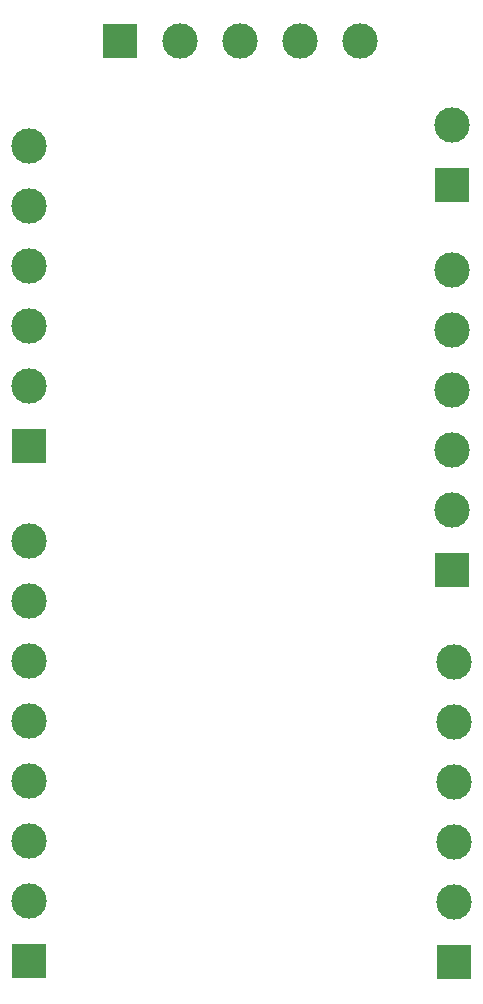
<source format=gbr>
%TF.GenerationSoftware,KiCad,Pcbnew,9.0.0*%
%TF.CreationDate,2025-03-18T21:07:25-05:00*%
%TF.ProjectId,PCB SENSORICA 2025,50434220-5345-44e5-934f-524943412032,rev?*%
%TF.SameCoordinates,Original*%
%TF.FileFunction,Soldermask,Top*%
%TF.FilePolarity,Negative*%
%FSLAX46Y46*%
G04 Gerber Fmt 4.6, Leading zero omitted, Abs format (unit mm)*
G04 Created by KiCad (PCBNEW 9.0.0) date 2025-03-18 21:07:25*
%MOMM*%
%LPD*%
G01*
G04 APERTURE LIST*
%ADD10R,3.000000X3.000000*%
%ADD11C,3.000000*%
G04 APERTURE END LIST*
D10*
%TO.C,J6*%
X70000000Y-34800000D03*
D11*
X70000000Y-29720000D03*
%TD*%
D10*
%TO.C,J1*%
X34200000Y-100480000D03*
D11*
X34200000Y-95400000D03*
X34200000Y-90320000D03*
X34200000Y-85240000D03*
X34200000Y-80160000D03*
X34200000Y-75080000D03*
X34200000Y-70000000D03*
X34200000Y-64920000D03*
%TD*%
D10*
%TO.C,J5*%
X41880000Y-22600000D03*
D11*
X46960000Y-22600000D03*
X52040000Y-22600000D03*
X57120000Y-22600000D03*
X62200000Y-22600000D03*
%TD*%
D10*
%TO.C,J4*%
X34200000Y-56900000D03*
D11*
X34200000Y-51820000D03*
X34200000Y-46740000D03*
X34200000Y-41660000D03*
X34200000Y-36580000D03*
X34200000Y-31500000D03*
%TD*%
D10*
%TO.C,J3*%
X70000000Y-67400000D03*
D11*
X70000000Y-62320000D03*
X70000000Y-57240000D03*
X70000000Y-52160000D03*
X70000000Y-47080000D03*
X70000000Y-42000000D03*
%TD*%
D10*
%TO.C,J2*%
X70200000Y-100600000D03*
D11*
X70200000Y-95520000D03*
X70200000Y-90440000D03*
X70200000Y-85360000D03*
X70200000Y-80280000D03*
X70200000Y-75200000D03*
%TD*%
M02*

</source>
